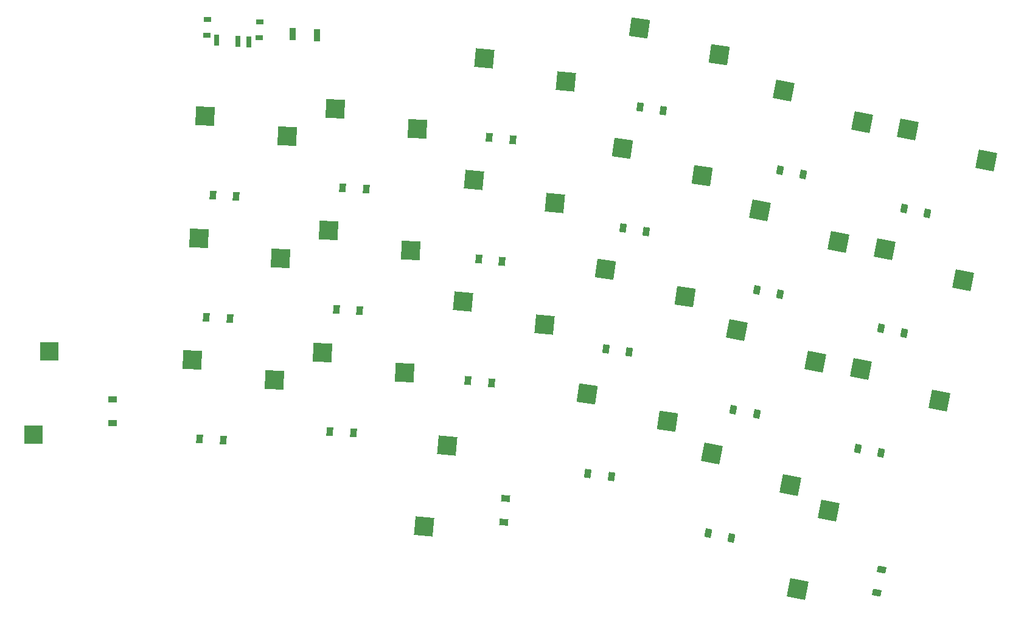
<source format=gbr>
%TF.GenerationSoftware,KiCad,Pcbnew,(6.0.9)*%
%TF.CreationDate,2022-11-07T09:36:57+01:00*%
%TF.ProjectId,itemun,6974656d-756e-42e6-9b69-6361645f7063,v1.0.0*%
%TF.SameCoordinates,Original*%
%TF.FileFunction,Paste,Bot*%
%TF.FilePolarity,Positive*%
%FSLAX46Y46*%
G04 Gerber Fmt 4.6, Leading zero omitted, Abs format (unit mm)*
G04 Created by KiCad (PCBNEW (6.0.9)) date 2022-11-07 09:36:57*
%MOMM*%
%LPD*%
G01*
G04 APERTURE LIST*
G04 Aperture macros list*
%AMRotRect*
0 Rectangle, with rotation*
0 The origin of the aperture is its center*
0 $1 length*
0 $2 width*
0 $3 Rotation angle, in degrees counterclockwise*
0 Add horizontal line*
21,1,$1,$2,0,0,$3*%
G04 Aperture macros list end*
%ADD10RotRect,2.600000X2.600000X357.000000*%
%ADD11RotRect,2.600000X2.600000X349.000000*%
%ADD12RotRect,0.900000X1.200000X79.000000*%
%ADD13R,2.600000X2.600000*%
%ADD14RotRect,0.900000X1.200000X349.000000*%
%ADD15RotRect,2.600000X2.600000X352.000000*%
%ADD16RotRect,0.900000X1.200000X357.000000*%
%ADD17RotRect,2.600000X2.600000X79.000000*%
%ADD18R,1.000000X0.800000*%
%ADD19R,0.700000X1.500000*%
%ADD20R,0.900000X1.700000*%
%ADD21RotRect,2.600000X2.600000X355.000000*%
%ADD22RotRect,0.900000X1.200000X355.000000*%
%ADD23RotRect,2.600000X2.600000X85.000000*%
%ADD24RotRect,0.900000X1.200000X352.000000*%
%ADD25RotRect,0.900000X1.200000X85.000000*%
%ADD26R,1.200000X0.900000*%
G04 APERTURE END LIST*
D10*
%TO.C,S3*%
X34940736Y25661627D03*
X46359768Y22860162D03*
%TD*%
D11*
%TO.C,S22*%
X106322274Y-4384641D03*
X117240289Y-8748064D03*
%TD*%
D10*
%TO.C,S4*%
X35830447Y42638330D03*
X47249479Y39836865D03*
%TD*%
D12*
%TO.C,D23*%
X129328717Y-23729905D03*
X129958387Y-20490535D03*
%TD*%
D13*
%TO.C,S1*%
X11981505Y-1706197D03*
X14181505Y9843803D03*
%TD*%
D10*
%TO.C,S5*%
X52131028Y9740137D03*
X63550060Y6938672D03*
%TD*%
D14*
%TO.C,D16*%
X115827254Y35138880D03*
X119066624Y34509210D03*
%TD*%
D15*
%TO.C,S21*%
X88996956Y3944389D03*
X100128371Y158350D03*
%TD*%
D11*
%TO.C,S18*%
X130365387Y24112283D03*
X141283402Y19748860D03*
%TD*%
D16*
%TO.C,D5*%
X53180722Y-1279903D03*
X56476200Y-1452611D03*
%TD*%
D17*
%TO.C,S23*%
X118269836Y-23235691D03*
X122633259Y-12317676D03*
%TD*%
D18*
%TO.C,*%
X36045787Y53912510D03*
X43451445Y55737429D03*
X36161450Y56119481D03*
X43335783Y53530458D03*
D19*
X37409850Y53190131D03*
X40405739Y53033123D03*
X41903683Y52954619D03*
%TD*%
D20*
%TO.C,*%
X51415573Y53888085D03*
X48020233Y54066027D03*
%TD*%
D16*
%TO.C,D2*%
X35100719Y-2335114D03*
X38396197Y-2507822D03*
%TD*%
D15*
%TO.C,S12*%
X93884319Y38125198D03*
X105015734Y34339159D03*
%TD*%
D11*
%TO.C,S15*%
X113077715Y29510099D03*
X123995730Y25146676D03*
%TD*%
D16*
%TO.C,D3*%
X35990430Y14641588D03*
X39285908Y14468880D03*
%TD*%
D21*
%TO.C,S10*%
X74702124Y50704958D03*
X86016430Y47506680D03*
%TD*%
D16*
%TO.C,D7*%
X54960145Y32673502D03*
X58255623Y32500794D03*
%TD*%
D22*
%TO.C,D9*%
X73884938Y22719688D03*
X77172380Y22432074D03*
%TD*%
D11*
%TO.C,S16*%
X116321468Y46197761D03*
X127239483Y41834338D03*
%TD*%
D10*
%TO.C,S6*%
X53020740Y26716839D03*
X64439772Y23915374D03*
%TD*%
%TO.C,S7*%
X53910451Y43693541D03*
X65329483Y40892076D03*
%TD*%
D16*
%TO.C,D4*%
X36880141Y31618290D03*
X40175619Y31445582D03*
%TD*%
D23*
%TO.C,S20*%
X66308992Y-14536798D03*
X69507270Y-3222492D03*
%TD*%
D14*
%TO.C,D18*%
X129871173Y13053401D03*
X133110543Y12423731D03*
%TD*%
D11*
%TO.C,S17*%
X127121634Y7424621D03*
X138039649Y3061198D03*
%TD*%
D24*
%TO.C,D21*%
X89082196Y-7125202D03*
X92350080Y-7584474D03*
%TD*%
D22*
%TO.C,D8*%
X72403290Y5784378D03*
X75690732Y5496764D03*
%TD*%
D24*
%TO.C,D13*%
X96335502Y43890163D03*
X99603386Y43430891D03*
%TD*%
D14*
%TO.C,D22*%
X105828060Y-15443523D03*
X109067430Y-16073193D03*
%TD*%
D24*
%TO.C,D11*%
X91603616Y10221049D03*
X94871500Y9761777D03*
%TD*%
D14*
%TO.C,D19*%
X133114926Y29741063D03*
X136354296Y29111393D03*
%TD*%
D25*
%TO.C,D20*%
X77358952Y-13872336D03*
X77646566Y-10584894D03*
%TD*%
D11*
%TO.C,S19*%
X133609140Y40799945D03*
X144527155Y36436522D03*
%TD*%
D24*
%TO.C,D12*%
X93969559Y27055606D03*
X97237443Y26596334D03*
%TD*%
D26*
%TO.C,D1*%
X22931505Y-81197D03*
X22931505Y3218803D03*
%TD*%
D15*
%TO.C,S11*%
X91518376Y21290640D03*
X102649791Y17504601D03*
%TD*%
D14*
%TO.C,D15*%
X112583501Y18451217D03*
X115822871Y17821547D03*
%TD*%
D11*
%TO.C,S14*%
X109833963Y12822437D03*
X120751978Y8459014D03*
%TD*%
D21*
%TO.C,S9*%
X73220477Y33769648D03*
X84534783Y30571370D03*
%TD*%
D16*
%TO.C,D6*%
X54070434Y15696800D03*
X57365912Y15524092D03*
%TD*%
D21*
%TO.C,S8*%
X71738829Y16834338D03*
X83053135Y13636060D03*
%TD*%
D15*
%TO.C,S13*%
X96250261Y54959755D03*
X107381676Y51173716D03*
%TD*%
D14*
%TO.C,D14*%
X109339749Y1763555D03*
X112579119Y1133885D03*
%TD*%
D10*
%TO.C,S2*%
X34051025Y8684925D03*
X45470057Y5883460D03*
%TD*%
D22*
%TO.C,D10*%
X75366586Y39654998D03*
X78654028Y39367384D03*
%TD*%
D14*
%TO.C,D17*%
X126627420Y-3634261D03*
X129866790Y-4263931D03*
%TD*%
M02*

</source>
